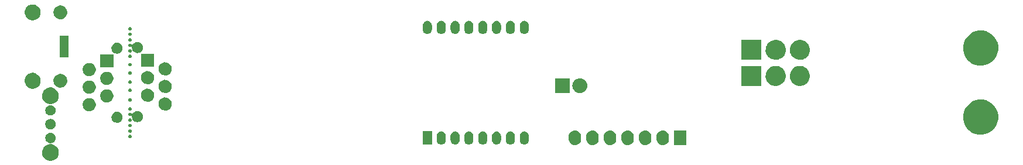
<source format=gbs>
G04 #@! TF.FileFunction,Soldermask,Bot*
%FSLAX46Y46*%
G04 Gerber Fmt 4.6, Leading zero omitted, Abs format (unit mm)*
G04 Created by KiCad (PCBNEW 4.0.0-rc2-1-stable) date Mardi 07 juin 2016 13:35:49*
%MOMM*%
G01*
G04 APERTURE LIST*
%ADD10C,0.100000*%
G04 APERTURE END LIST*
D10*
G36*
X4626041Y2599202D02*
X4856569Y2551881D01*
X5073510Y2460688D01*
X5268610Y2329092D01*
X5434435Y2162104D01*
X5564668Y1966090D01*
X5654342Y1748521D01*
X5699985Y1518010D01*
X5699985Y1518000D01*
X5700051Y1517666D01*
X5696298Y1248872D01*
X5696222Y1248538D01*
X5696222Y1248526D01*
X5644164Y1019390D01*
X5548444Y804401D01*
X5412792Y612101D01*
X5242366Y449808D01*
X5043673Y323713D01*
X4824265Y238610D01*
X4592511Y197746D01*
X4357230Y202674D01*
X4127383Y253209D01*
X3911737Y347422D01*
X3718489Y481733D01*
X3555014Y651017D01*
X3427535Y848825D01*
X3340903Y1067632D01*
X3298420Y1299104D01*
X3301707Y1534411D01*
X3350634Y1764598D01*
X3443343Y1980903D01*
X3576297Y2175078D01*
X3744438Y2339734D01*
X3941354Y2468592D01*
X4159551Y2556749D01*
X4390711Y2600846D01*
X4626041Y2599202D01*
X4626041Y2599202D01*
G37*
G36*
X80503440Y4576281D02*
X80503453Y4576277D01*
X80503490Y4576273D01*
X80673819Y4523547D01*
X80830664Y4438742D01*
X80968049Y4325087D01*
X81080742Y4186912D01*
X81164450Y4029479D01*
X81215986Y3858786D01*
X81233385Y3681333D01*
X81233385Y3366217D01*
X81233296Y3353461D01*
X81213421Y3176269D01*
X81159507Y3006312D01*
X81073609Y2850063D01*
X80958997Y2713475D01*
X80820039Y2601749D01*
X80662026Y2519142D01*
X80490977Y2468799D01*
X80490943Y2468796D01*
X80490930Y2468792D01*
X80313409Y2452636D01*
X80136130Y2471269D01*
X80136117Y2471273D01*
X80136080Y2471277D01*
X79965751Y2524003D01*
X79808906Y2608808D01*
X79671521Y2722463D01*
X79558828Y2860638D01*
X79475120Y3018071D01*
X79423584Y3188764D01*
X79406185Y3366217D01*
X79406185Y3681333D01*
X79406274Y3694089D01*
X79426149Y3871281D01*
X79480063Y4041238D01*
X79565961Y4197487D01*
X79680573Y4334075D01*
X79819531Y4445801D01*
X79977544Y4528408D01*
X80148593Y4578751D01*
X80148627Y4578754D01*
X80148640Y4578758D01*
X80326161Y4594914D01*
X80503440Y4576281D01*
X80503440Y4576281D01*
G37*
G36*
X83043440Y4576281D02*
X83043453Y4576277D01*
X83043490Y4576273D01*
X83213819Y4523547D01*
X83370664Y4438742D01*
X83508049Y4325087D01*
X83620742Y4186912D01*
X83704450Y4029479D01*
X83755986Y3858786D01*
X83773385Y3681333D01*
X83773385Y3366217D01*
X83773296Y3353461D01*
X83753421Y3176269D01*
X83699507Y3006312D01*
X83613609Y2850063D01*
X83498997Y2713475D01*
X83360039Y2601749D01*
X83202026Y2519142D01*
X83030977Y2468799D01*
X83030943Y2468796D01*
X83030930Y2468792D01*
X82853409Y2452636D01*
X82676130Y2471269D01*
X82676117Y2471273D01*
X82676080Y2471277D01*
X82505751Y2524003D01*
X82348906Y2608808D01*
X82211521Y2722463D01*
X82098828Y2860638D01*
X82015120Y3018071D01*
X81963584Y3188764D01*
X81946185Y3366217D01*
X81946185Y3681333D01*
X81946274Y3694089D01*
X81966149Y3871281D01*
X82020063Y4041238D01*
X82105961Y4197487D01*
X82220573Y4334075D01*
X82359531Y4445801D01*
X82517544Y4528408D01*
X82688593Y4578751D01*
X82688627Y4578754D01*
X82688640Y4578758D01*
X82866161Y4594914D01*
X83043440Y4576281D01*
X83043440Y4576281D01*
G37*
G36*
X85583440Y4576281D02*
X85583453Y4576277D01*
X85583490Y4576273D01*
X85753819Y4523547D01*
X85910664Y4438742D01*
X86048049Y4325087D01*
X86160742Y4186912D01*
X86244450Y4029479D01*
X86295986Y3858786D01*
X86313385Y3681333D01*
X86313385Y3366217D01*
X86313296Y3353461D01*
X86293421Y3176269D01*
X86239507Y3006312D01*
X86153609Y2850063D01*
X86038997Y2713475D01*
X85900039Y2601749D01*
X85742026Y2519142D01*
X85570977Y2468799D01*
X85570943Y2468796D01*
X85570930Y2468792D01*
X85393409Y2452636D01*
X85216130Y2471269D01*
X85216117Y2471273D01*
X85216080Y2471277D01*
X85045751Y2524003D01*
X84888906Y2608808D01*
X84751521Y2722463D01*
X84638828Y2860638D01*
X84555120Y3018071D01*
X84503584Y3188764D01*
X84486185Y3366217D01*
X84486185Y3681333D01*
X84486274Y3694089D01*
X84506149Y3871281D01*
X84560063Y4041238D01*
X84645961Y4197487D01*
X84760573Y4334075D01*
X84899531Y4445801D01*
X85057544Y4528408D01*
X85228593Y4578751D01*
X85228627Y4578754D01*
X85228640Y4578758D01*
X85406161Y4594914D01*
X85583440Y4576281D01*
X85583440Y4576281D01*
G37*
G36*
X88123440Y4576281D02*
X88123453Y4576277D01*
X88123490Y4576273D01*
X88293819Y4523547D01*
X88450664Y4438742D01*
X88588049Y4325087D01*
X88700742Y4186912D01*
X88784450Y4029479D01*
X88835986Y3858786D01*
X88853385Y3681333D01*
X88853385Y3366217D01*
X88853296Y3353461D01*
X88833421Y3176269D01*
X88779507Y3006312D01*
X88693609Y2850063D01*
X88578997Y2713475D01*
X88440039Y2601749D01*
X88282026Y2519142D01*
X88110977Y2468799D01*
X88110943Y2468796D01*
X88110930Y2468792D01*
X87933409Y2452636D01*
X87756130Y2471269D01*
X87756117Y2471273D01*
X87756080Y2471277D01*
X87585751Y2524003D01*
X87428906Y2608808D01*
X87291521Y2722463D01*
X87178828Y2860638D01*
X87095120Y3018071D01*
X87043584Y3188764D01*
X87026185Y3366217D01*
X87026185Y3681333D01*
X87026274Y3694089D01*
X87046149Y3871281D01*
X87100063Y4041238D01*
X87185961Y4197487D01*
X87300573Y4334075D01*
X87439531Y4445801D01*
X87597544Y4528408D01*
X87768593Y4578751D01*
X87768627Y4578754D01*
X87768640Y4578758D01*
X87946161Y4594914D01*
X88123440Y4576281D01*
X88123440Y4576281D01*
G37*
G36*
X90663440Y4576281D02*
X90663453Y4576277D01*
X90663490Y4576273D01*
X90833819Y4523547D01*
X90990664Y4438742D01*
X91128049Y4325087D01*
X91240742Y4186912D01*
X91324450Y4029479D01*
X91375986Y3858786D01*
X91393385Y3681333D01*
X91393385Y3366217D01*
X91393296Y3353461D01*
X91373421Y3176269D01*
X91319507Y3006312D01*
X91233609Y2850063D01*
X91118997Y2713475D01*
X90980039Y2601749D01*
X90822026Y2519142D01*
X90650977Y2468799D01*
X90650943Y2468796D01*
X90650930Y2468792D01*
X90473409Y2452636D01*
X90296130Y2471269D01*
X90296117Y2471273D01*
X90296080Y2471277D01*
X90125751Y2524003D01*
X89968906Y2608808D01*
X89831521Y2722463D01*
X89718828Y2860638D01*
X89635120Y3018071D01*
X89583584Y3188764D01*
X89566185Y3366217D01*
X89566185Y3681333D01*
X89566274Y3694089D01*
X89586149Y3871281D01*
X89640063Y4041238D01*
X89725961Y4197487D01*
X89840573Y4334075D01*
X89979531Y4445801D01*
X90137544Y4528408D01*
X90308593Y4578751D01*
X90308627Y4578754D01*
X90308640Y4578758D01*
X90486161Y4594914D01*
X90663440Y4576281D01*
X90663440Y4576281D01*
G37*
G36*
X93203440Y4576281D02*
X93203453Y4576277D01*
X93203490Y4576273D01*
X93373819Y4523547D01*
X93530664Y4438742D01*
X93668049Y4325087D01*
X93780742Y4186912D01*
X93864450Y4029479D01*
X93915986Y3858786D01*
X93933385Y3681333D01*
X93933385Y3366217D01*
X93933296Y3353461D01*
X93913421Y3176269D01*
X93859507Y3006312D01*
X93773609Y2850063D01*
X93658997Y2713475D01*
X93520039Y2601749D01*
X93362026Y2519142D01*
X93190977Y2468799D01*
X93190943Y2468796D01*
X93190930Y2468792D01*
X93013409Y2452636D01*
X92836130Y2471269D01*
X92836117Y2471273D01*
X92836080Y2471277D01*
X92665751Y2524003D01*
X92508906Y2608808D01*
X92371521Y2722463D01*
X92258828Y2860638D01*
X92175120Y3018071D01*
X92123584Y3188764D01*
X92106185Y3366217D01*
X92106185Y3681333D01*
X92106274Y3694089D01*
X92126149Y3871281D01*
X92180063Y4041238D01*
X92265961Y4197487D01*
X92380573Y4334075D01*
X92519531Y4445801D01*
X92677544Y4528408D01*
X92848593Y4578751D01*
X92848627Y4578754D01*
X92848640Y4578758D01*
X93026161Y4594914D01*
X93203440Y4576281D01*
X93203440Y4576281D01*
G37*
G36*
X96473385Y2457775D02*
X94646185Y2457775D01*
X94646185Y4589775D01*
X96473385Y4589775D01*
X96473385Y2457775D01*
X96473385Y2457775D01*
G37*
G36*
X73130651Y4441329D02*
X73130664Y4441325D01*
X73130701Y4441321D01*
X73251885Y4403808D01*
X73363475Y4343471D01*
X73461221Y4262609D01*
X73541399Y4164302D01*
X73600955Y4052293D01*
X73637621Y3930849D01*
X73650000Y3804597D01*
X73650000Y3195403D01*
X73649937Y3186328D01*
X73635796Y3060260D01*
X73597438Y2939341D01*
X73536324Y2828174D01*
X73454781Y2730996D01*
X73355916Y2651506D01*
X73243494Y2592733D01*
X73121798Y2556916D01*
X73121764Y2556913D01*
X73121751Y2556909D01*
X72995464Y2545416D01*
X72869349Y2558671D01*
X72869336Y2558675D01*
X72869299Y2558679D01*
X72748115Y2596192D01*
X72636525Y2656529D01*
X72538779Y2737391D01*
X72458601Y2835698D01*
X72399045Y2947707D01*
X72362379Y3069151D01*
X72350000Y3195403D01*
X72350000Y3804597D01*
X72350063Y3813672D01*
X72364204Y3939740D01*
X72402562Y4060659D01*
X72463676Y4171826D01*
X72545219Y4269004D01*
X72644084Y4348494D01*
X72756506Y4407267D01*
X72878202Y4443084D01*
X72878236Y4443087D01*
X72878249Y4443091D01*
X73004536Y4454584D01*
X73130651Y4441329D01*
X73130651Y4441329D01*
G37*
G36*
X71130651Y4441329D02*
X71130664Y4441325D01*
X71130701Y4441321D01*
X71251885Y4403808D01*
X71363475Y4343471D01*
X71461221Y4262609D01*
X71541399Y4164302D01*
X71600955Y4052293D01*
X71637621Y3930849D01*
X71650000Y3804597D01*
X71650000Y3195403D01*
X71649937Y3186328D01*
X71635796Y3060260D01*
X71597438Y2939341D01*
X71536324Y2828174D01*
X71454781Y2730996D01*
X71355916Y2651506D01*
X71243494Y2592733D01*
X71121798Y2556916D01*
X71121764Y2556913D01*
X71121751Y2556909D01*
X70995464Y2545416D01*
X70869349Y2558671D01*
X70869336Y2558675D01*
X70869299Y2558679D01*
X70748115Y2596192D01*
X70636525Y2656529D01*
X70538779Y2737391D01*
X70458601Y2835698D01*
X70399045Y2947707D01*
X70362379Y3069151D01*
X70350000Y3195403D01*
X70350000Y3804597D01*
X70350063Y3813672D01*
X70364204Y3939740D01*
X70402562Y4060659D01*
X70463676Y4171826D01*
X70545219Y4269004D01*
X70644084Y4348494D01*
X70756506Y4407267D01*
X70878202Y4443084D01*
X70878236Y4443087D01*
X70878249Y4443091D01*
X71004536Y4454584D01*
X71130651Y4441329D01*
X71130651Y4441329D01*
G37*
G36*
X69130651Y4441329D02*
X69130664Y4441325D01*
X69130701Y4441321D01*
X69251885Y4403808D01*
X69363475Y4343471D01*
X69461221Y4262609D01*
X69541399Y4164302D01*
X69600955Y4052293D01*
X69637621Y3930849D01*
X69650000Y3804597D01*
X69650000Y3195403D01*
X69649937Y3186328D01*
X69635796Y3060260D01*
X69597438Y2939341D01*
X69536324Y2828174D01*
X69454781Y2730996D01*
X69355916Y2651506D01*
X69243494Y2592733D01*
X69121798Y2556916D01*
X69121764Y2556913D01*
X69121751Y2556909D01*
X68995464Y2545416D01*
X68869349Y2558671D01*
X68869336Y2558675D01*
X68869299Y2558679D01*
X68748115Y2596192D01*
X68636525Y2656529D01*
X68538779Y2737391D01*
X68458601Y2835698D01*
X68399045Y2947707D01*
X68362379Y3069151D01*
X68350000Y3195403D01*
X68350000Y3804597D01*
X68350063Y3813672D01*
X68364204Y3939740D01*
X68402562Y4060659D01*
X68463676Y4171826D01*
X68545219Y4269004D01*
X68644084Y4348494D01*
X68756506Y4407267D01*
X68878202Y4443084D01*
X68878236Y4443087D01*
X68878249Y4443091D01*
X69004536Y4454584D01*
X69130651Y4441329D01*
X69130651Y4441329D01*
G37*
G36*
X67130651Y4441329D02*
X67130664Y4441325D01*
X67130701Y4441321D01*
X67251885Y4403808D01*
X67363475Y4343471D01*
X67461221Y4262609D01*
X67541399Y4164302D01*
X67600955Y4052293D01*
X67637621Y3930849D01*
X67650000Y3804597D01*
X67650000Y3195403D01*
X67649937Y3186328D01*
X67635796Y3060260D01*
X67597438Y2939341D01*
X67536324Y2828174D01*
X67454781Y2730996D01*
X67355916Y2651506D01*
X67243494Y2592733D01*
X67121798Y2556916D01*
X67121764Y2556913D01*
X67121751Y2556909D01*
X66995464Y2545416D01*
X66869349Y2558671D01*
X66869336Y2558675D01*
X66869299Y2558679D01*
X66748115Y2596192D01*
X66636525Y2656529D01*
X66538779Y2737391D01*
X66458601Y2835698D01*
X66399045Y2947707D01*
X66362379Y3069151D01*
X66350000Y3195403D01*
X66350000Y3804597D01*
X66350063Y3813672D01*
X66364204Y3939740D01*
X66402562Y4060659D01*
X66463676Y4171826D01*
X66545219Y4269004D01*
X66644084Y4348494D01*
X66756506Y4407267D01*
X66878202Y4443084D01*
X66878236Y4443087D01*
X66878249Y4443091D01*
X67004536Y4454584D01*
X67130651Y4441329D01*
X67130651Y4441329D01*
G37*
G36*
X65130651Y4441329D02*
X65130664Y4441325D01*
X65130701Y4441321D01*
X65251885Y4403808D01*
X65363475Y4343471D01*
X65461221Y4262609D01*
X65541399Y4164302D01*
X65600955Y4052293D01*
X65637621Y3930849D01*
X65650000Y3804597D01*
X65650000Y3195403D01*
X65649937Y3186328D01*
X65635796Y3060260D01*
X65597438Y2939341D01*
X65536324Y2828174D01*
X65454781Y2730996D01*
X65355916Y2651506D01*
X65243494Y2592733D01*
X65121798Y2556916D01*
X65121764Y2556913D01*
X65121751Y2556909D01*
X64995464Y2545416D01*
X64869349Y2558671D01*
X64869336Y2558675D01*
X64869299Y2558679D01*
X64748115Y2596192D01*
X64636525Y2656529D01*
X64538779Y2737391D01*
X64458601Y2835698D01*
X64399045Y2947707D01*
X64362379Y3069151D01*
X64350000Y3195403D01*
X64350000Y3804597D01*
X64350063Y3813672D01*
X64364204Y3939740D01*
X64402562Y4060659D01*
X64463676Y4171826D01*
X64545219Y4269004D01*
X64644084Y4348494D01*
X64756506Y4407267D01*
X64878202Y4443084D01*
X64878236Y4443087D01*
X64878249Y4443091D01*
X65004536Y4454584D01*
X65130651Y4441329D01*
X65130651Y4441329D01*
G37*
G36*
X63130651Y4441329D02*
X63130664Y4441325D01*
X63130701Y4441321D01*
X63251885Y4403808D01*
X63363475Y4343471D01*
X63461221Y4262609D01*
X63541399Y4164302D01*
X63600955Y4052293D01*
X63637621Y3930849D01*
X63650000Y3804597D01*
X63650000Y3195403D01*
X63649937Y3186328D01*
X63635796Y3060260D01*
X63597438Y2939341D01*
X63536324Y2828174D01*
X63454781Y2730996D01*
X63355916Y2651506D01*
X63243494Y2592733D01*
X63121798Y2556916D01*
X63121764Y2556913D01*
X63121751Y2556909D01*
X62995464Y2545416D01*
X62869349Y2558671D01*
X62869336Y2558675D01*
X62869299Y2558679D01*
X62748115Y2596192D01*
X62636525Y2656529D01*
X62538779Y2737391D01*
X62458601Y2835698D01*
X62399045Y2947707D01*
X62362379Y3069151D01*
X62350000Y3195403D01*
X62350000Y3804597D01*
X62350063Y3813672D01*
X62364204Y3939740D01*
X62402562Y4060659D01*
X62463676Y4171826D01*
X62545219Y4269004D01*
X62644084Y4348494D01*
X62756506Y4407267D01*
X62878202Y4443084D01*
X62878236Y4443087D01*
X62878249Y4443091D01*
X63004536Y4454584D01*
X63130651Y4441329D01*
X63130651Y4441329D01*
G37*
G36*
X61130651Y4441329D02*
X61130664Y4441325D01*
X61130701Y4441321D01*
X61251885Y4403808D01*
X61363475Y4343471D01*
X61461221Y4262609D01*
X61541399Y4164302D01*
X61600955Y4052293D01*
X61637621Y3930849D01*
X61650000Y3804597D01*
X61650000Y3195403D01*
X61649937Y3186328D01*
X61635796Y3060260D01*
X61597438Y2939341D01*
X61536324Y2828174D01*
X61454781Y2730996D01*
X61355916Y2651506D01*
X61243494Y2592733D01*
X61121798Y2556916D01*
X61121764Y2556913D01*
X61121751Y2556909D01*
X60995464Y2545416D01*
X60869349Y2558671D01*
X60869336Y2558675D01*
X60869299Y2558679D01*
X60748115Y2596192D01*
X60636525Y2656529D01*
X60538779Y2737391D01*
X60458601Y2835698D01*
X60399045Y2947707D01*
X60362379Y3069151D01*
X60350000Y3195403D01*
X60350000Y3804597D01*
X60350063Y3813672D01*
X60364204Y3939740D01*
X60402562Y4060659D01*
X60463676Y4171826D01*
X60545219Y4269004D01*
X60644084Y4348494D01*
X60756506Y4407267D01*
X60878202Y4443084D01*
X60878236Y4443087D01*
X60878249Y4443091D01*
X61004536Y4454584D01*
X61130651Y4441329D01*
X61130651Y4441329D01*
G37*
G36*
X59650000Y2550000D02*
X58350000Y2550000D01*
X58350000Y4450000D01*
X59650000Y4450000D01*
X59650000Y2550000D01*
X59650000Y2550000D01*
G37*
G36*
X4578775Y4249502D02*
X4722856Y4219927D01*
X4858444Y4162931D01*
X4980382Y4080683D01*
X5084023Y3976315D01*
X5165419Y3853806D01*
X5221464Y3717827D01*
X5249966Y3573885D01*
X5249966Y3573875D01*
X5250032Y3573541D01*
X5247686Y3405545D01*
X5247610Y3405211D01*
X5247610Y3405199D01*
X5215104Y3262119D01*
X5155279Y3127750D01*
X5070496Y3007563D01*
X4963978Y2906128D01*
X4839796Y2827320D01*
X4702666Y2774131D01*
X4557819Y2748590D01*
X4410769Y2751670D01*
X4267111Y2783255D01*
X4132338Y2842136D01*
X4011554Y2926083D01*
X3909383Y3031885D01*
X3829709Y3155514D01*
X3775564Y3292269D01*
X3749012Y3436941D01*
X3751066Y3584008D01*
X3781645Y3727873D01*
X3839587Y3863063D01*
X3922687Y3984426D01*
X4027773Y4087335D01*
X4150844Y4167870D01*
X4287221Y4222970D01*
X4431693Y4250530D01*
X4578775Y4249502D01*
X4578775Y4249502D01*
G37*
G36*
X16026259Y3949836D02*
X16074287Y3939977D01*
X16119481Y3920979D01*
X16160131Y3893561D01*
X16194677Y3858773D01*
X16221806Y3817938D01*
X16240490Y3772609D01*
X16249945Y3724859D01*
X16249945Y3724848D01*
X16250011Y3724514D01*
X16249229Y3668515D01*
X16249153Y3668181D01*
X16249153Y3668173D01*
X16238369Y3620702D01*
X16218428Y3575916D01*
X16190166Y3535851D01*
X16154663Y3502044D01*
X16113265Y3475771D01*
X16067555Y3458042D01*
X16019274Y3449528D01*
X15970257Y3450555D01*
X15922370Y3461083D01*
X15877443Y3480712D01*
X15837185Y3508692D01*
X15803125Y3543962D01*
X15776569Y3585169D01*
X15758518Y3630760D01*
X15749668Y3678977D01*
X15750354Y3728003D01*
X15760546Y3775957D01*
X15779862Y3821023D01*
X15807560Y3861476D01*
X15842591Y3895781D01*
X15883614Y3922626D01*
X15929073Y3940992D01*
X15977230Y3950178D01*
X16026259Y3949836D01*
X16026259Y3949836D01*
G37*
G36*
X139267837Y9048303D02*
X139757706Y8947747D01*
X140218709Y8753959D01*
X140633296Y8474317D01*
X140985672Y8119472D01*
X141262413Y7702945D01*
X141452978Y7240600D01*
X141550043Y6750384D01*
X141550043Y6750374D01*
X141550109Y6750040D01*
X141542133Y6178854D01*
X141542057Y6178520D01*
X141542057Y6178508D01*
X141431344Y5691202D01*
X141227942Y5234353D01*
X140939680Y4825715D01*
X140577531Y4480846D01*
X140155303Y4212892D01*
X139689064Y4032049D01*
X139196583Y3945212D01*
X138696611Y3955684D01*
X138208189Y4063071D01*
X137749938Y4263276D01*
X137339297Y4548679D01*
X136991909Y4908410D01*
X136721014Y5328757D01*
X136536921Y5793721D01*
X136446646Y6285592D01*
X136453629Y6785623D01*
X136557600Y7274773D01*
X136754605Y7734417D01*
X137037134Y8147040D01*
X137394429Y8496931D01*
X137812878Y8770756D01*
X138276545Y8958090D01*
X138767765Y9051795D01*
X139267837Y9048303D01*
X139267837Y9048303D01*
G37*
G36*
X16026259Y4749836D02*
X16074287Y4739977D01*
X16119481Y4720979D01*
X16160131Y4693561D01*
X16194677Y4658773D01*
X16221806Y4617938D01*
X16240490Y4572609D01*
X16249945Y4524859D01*
X16249945Y4524848D01*
X16250011Y4524514D01*
X16249229Y4468515D01*
X16249153Y4468181D01*
X16249153Y4468173D01*
X16238369Y4420702D01*
X16218428Y4375916D01*
X16190166Y4335851D01*
X16154663Y4302044D01*
X16113265Y4275771D01*
X16067555Y4258042D01*
X16019274Y4249528D01*
X15970257Y4250555D01*
X15922370Y4261083D01*
X15877443Y4280712D01*
X15837185Y4308692D01*
X15803125Y4343962D01*
X15776569Y4385169D01*
X15758518Y4430760D01*
X15749668Y4478977D01*
X15750354Y4528003D01*
X15760546Y4575957D01*
X15779862Y4621023D01*
X15807560Y4661476D01*
X15842591Y4695781D01*
X15883614Y4722626D01*
X15929073Y4740992D01*
X15977230Y4750178D01*
X16026259Y4749836D01*
X16026259Y4749836D01*
G37*
G36*
X4578775Y6249502D02*
X4722856Y6219927D01*
X4858444Y6162931D01*
X4980382Y6080683D01*
X5084023Y5976315D01*
X5165419Y5853806D01*
X5221464Y5717827D01*
X5249966Y5573885D01*
X5249966Y5573875D01*
X5250032Y5573541D01*
X5247686Y5405545D01*
X5247610Y5405211D01*
X5247610Y5405199D01*
X5215104Y5262119D01*
X5155279Y5127750D01*
X5070496Y5007563D01*
X4963978Y4906128D01*
X4839796Y4827320D01*
X4702666Y4774131D01*
X4557819Y4748590D01*
X4410769Y4751670D01*
X4267111Y4783255D01*
X4132338Y4842136D01*
X4011554Y4926083D01*
X3909383Y5031885D01*
X3829709Y5155514D01*
X3775564Y5292269D01*
X3749012Y5436941D01*
X3751066Y5584008D01*
X3781645Y5727873D01*
X3839587Y5863063D01*
X3922687Y5984426D01*
X4027773Y6087335D01*
X4150844Y6167870D01*
X4287221Y6222970D01*
X4431693Y6250530D01*
X4578775Y6249502D01*
X4578775Y6249502D01*
G37*
G36*
X16026259Y5549836D02*
X16074287Y5539977D01*
X16119481Y5520979D01*
X16160131Y5493561D01*
X16194677Y5458773D01*
X16221806Y5417938D01*
X16240490Y5372609D01*
X16249945Y5324859D01*
X16249945Y5324848D01*
X16250011Y5324514D01*
X16249229Y5268515D01*
X16249153Y5268181D01*
X16249153Y5268173D01*
X16238369Y5220702D01*
X16218428Y5175916D01*
X16190166Y5135851D01*
X16154663Y5102044D01*
X16113265Y5075771D01*
X16067555Y5058042D01*
X16019274Y5049528D01*
X15970257Y5050555D01*
X15922370Y5061083D01*
X15877443Y5080712D01*
X15837185Y5108692D01*
X15803125Y5143962D01*
X15776569Y5185169D01*
X15758518Y5230760D01*
X15749668Y5278977D01*
X15750354Y5328003D01*
X15760546Y5375957D01*
X15779862Y5421023D01*
X15807560Y5461476D01*
X15842591Y5495781D01*
X15883614Y5522626D01*
X15929073Y5540992D01*
X15977230Y5550178D01*
X16026259Y5549836D01*
X16026259Y5549836D01*
G37*
G36*
X14209027Y7288469D02*
X14362713Y7256922D01*
X14507340Y7196126D01*
X14637407Y7108395D01*
X14747958Y6997069D01*
X14834779Y6866395D01*
X14894563Y6721347D01*
X14924969Y6567788D01*
X14924969Y6567773D01*
X14925034Y6567444D01*
X14922532Y6388248D01*
X14922456Y6387914D01*
X14922456Y6387903D01*
X14887776Y6235259D01*
X14823964Y6091934D01*
X14733529Y5963734D01*
X14619910Y5855537D01*
X14487449Y5771474D01*
X14341177Y5714738D01*
X14186675Y5687496D01*
X14029821Y5690781D01*
X13876588Y5724472D01*
X13732825Y5787280D01*
X13603991Y5876822D01*
X13495008Y5989678D01*
X13410023Y6121549D01*
X13352268Y6267421D01*
X13323946Y6421737D01*
X13326137Y6578609D01*
X13358754Y6732064D01*
X13420561Y6876269D01*
X13509197Y7005719D01*
X13621292Y7115491D01*
X13752567Y7201395D01*
X13898035Y7260168D01*
X14052140Y7289565D01*
X14209027Y7288469D01*
X14209027Y7288469D01*
G37*
G36*
X17157027Y7382469D02*
X17310713Y7350922D01*
X17455340Y7290126D01*
X17585407Y7202395D01*
X17695958Y7091069D01*
X17782779Y6960395D01*
X17842563Y6815347D01*
X17872969Y6661788D01*
X17872969Y6661773D01*
X17873034Y6661444D01*
X17870532Y6482248D01*
X17870456Y6481914D01*
X17870456Y6481903D01*
X17835776Y6329259D01*
X17771964Y6185934D01*
X17681529Y6057734D01*
X17567910Y5949537D01*
X17435449Y5865474D01*
X17289177Y5808738D01*
X17134675Y5781496D01*
X16977821Y5784781D01*
X16824588Y5818472D01*
X16680825Y5881280D01*
X16551991Y5970822D01*
X16443008Y6083678D01*
X16358023Y6215549D01*
X16300268Y6361421D01*
X16271946Y6515737D01*
X16274136Y6672604D01*
X16278948Y6695242D01*
X16279907Y6709279D01*
X16276918Y6723027D01*
X16270217Y6735399D01*
X16260335Y6745414D01*
X16248054Y6752279D01*
X16234347Y6755451D01*
X16220299Y6754679D01*
X16207021Y6750023D01*
X16195567Y6741853D01*
X16191404Y6737030D01*
X16154663Y6702044D01*
X16113265Y6675771D01*
X16067555Y6658042D01*
X16019274Y6649528D01*
X15970257Y6650555D01*
X15922370Y6661083D01*
X15877443Y6680712D01*
X15837185Y6708692D01*
X15803125Y6743962D01*
X15776569Y6785169D01*
X15758518Y6830760D01*
X15749668Y6878977D01*
X15750354Y6928003D01*
X15760546Y6975957D01*
X15779862Y7021023D01*
X15807560Y7061476D01*
X15842591Y7095781D01*
X15883614Y7122626D01*
X15929073Y7140992D01*
X15977230Y7150178D01*
X16026259Y7149836D01*
X16074287Y7139977D01*
X16119481Y7120979D01*
X16160131Y7093561D01*
X16194677Y7058773D01*
X16221806Y7017938D01*
X16240490Y6972609D01*
X16249903Y6925069D01*
X16254551Y6911789D01*
X16262714Y6900329D01*
X16273746Y6891598D01*
X16286774Y6886285D01*
X16300767Y6884813D01*
X16314615Y6887297D01*
X16327223Y6893541D01*
X16337593Y6903050D01*
X16344908Y6915083D01*
X16368561Y6970269D01*
X16457197Y7099719D01*
X16569292Y7209491D01*
X16700567Y7295395D01*
X16846035Y7354168D01*
X17000140Y7383565D01*
X17157027Y7382469D01*
X17157027Y7382469D01*
G37*
G36*
X16026259Y6349836D02*
X16074287Y6339977D01*
X16119481Y6320979D01*
X16160131Y6293561D01*
X16194677Y6258773D01*
X16221806Y6217938D01*
X16240490Y6172609D01*
X16249945Y6124859D01*
X16249945Y6124848D01*
X16250011Y6124514D01*
X16249229Y6068515D01*
X16249153Y6068181D01*
X16249153Y6068173D01*
X16238369Y6020702D01*
X16218428Y5975916D01*
X16190166Y5935851D01*
X16154663Y5902044D01*
X16113265Y5875771D01*
X16067555Y5858042D01*
X16019274Y5849528D01*
X15970257Y5850555D01*
X15922370Y5861083D01*
X15877443Y5880712D01*
X15837185Y5908692D01*
X15803125Y5943962D01*
X15776569Y5985169D01*
X15758518Y6030760D01*
X15749668Y6078977D01*
X15750354Y6128003D01*
X15760546Y6175957D01*
X15779862Y6221023D01*
X15807560Y6261476D01*
X15842591Y6295781D01*
X15883614Y6322626D01*
X15929073Y6340992D01*
X15977230Y6350178D01*
X16026259Y6349836D01*
X16026259Y6349836D01*
G37*
G36*
X4578775Y8249502D02*
X4722856Y8219927D01*
X4858444Y8162931D01*
X4980382Y8080683D01*
X5084023Y7976315D01*
X5165419Y7853806D01*
X5221464Y7717827D01*
X5249966Y7573885D01*
X5249966Y7573875D01*
X5250032Y7573541D01*
X5247686Y7405545D01*
X5247610Y7405211D01*
X5247610Y7405199D01*
X5215104Y7262119D01*
X5155279Y7127750D01*
X5070496Y7007563D01*
X4963978Y6906128D01*
X4839796Y6827320D01*
X4702666Y6774131D01*
X4557819Y6748590D01*
X4410769Y6751670D01*
X4267111Y6783255D01*
X4132338Y6842136D01*
X4011554Y6926083D01*
X3909383Y7031885D01*
X3829709Y7155514D01*
X3775564Y7292269D01*
X3749012Y7436941D01*
X3751066Y7584008D01*
X3781645Y7727873D01*
X3839587Y7863063D01*
X3922687Y7984426D01*
X4027773Y8087335D01*
X4150844Y8167870D01*
X4287221Y8222970D01*
X4431693Y8250530D01*
X4578775Y8249502D01*
X4578775Y8249502D01*
G37*
G36*
X10204782Y9263369D02*
X10387284Y9225907D01*
X10559029Y9153712D01*
X10713483Y9049532D01*
X10844762Y8917333D01*
X10947862Y8762156D01*
X11018856Y8589911D01*
X11054975Y8407496D01*
X11054975Y8407486D01*
X11055041Y8407152D01*
X11052070Y8194357D01*
X11051994Y8194023D01*
X11051994Y8194011D01*
X11010798Y8012684D01*
X10935019Y7842484D01*
X10827628Y7690246D01*
X10692707Y7561763D01*
X10535408Y7461939D01*
X10361710Y7394565D01*
X10178238Y7362215D01*
X9991974Y7366116D01*
X9810011Y7406123D01*
X9639289Y7480710D01*
X9486306Y7587036D01*
X9356885Y7721054D01*
X9255965Y7877652D01*
X9187381Y8050875D01*
X9153748Y8234124D01*
X9156350Y8420409D01*
X9195084Y8602640D01*
X9268479Y8773882D01*
X9373735Y8927604D01*
X9506846Y9057957D01*
X9662738Y9159970D01*
X9835477Y9229761D01*
X10018479Y9264670D01*
X10204782Y9263369D01*
X10204782Y9263369D01*
G37*
G36*
X16026259Y7949836D02*
X16074287Y7939977D01*
X16119481Y7920979D01*
X16160131Y7893561D01*
X16194677Y7858773D01*
X16221806Y7817938D01*
X16240490Y7772609D01*
X16249945Y7724859D01*
X16249945Y7724848D01*
X16250011Y7724514D01*
X16249229Y7668515D01*
X16249153Y7668181D01*
X16249153Y7668173D01*
X16238369Y7620702D01*
X16218428Y7575916D01*
X16190166Y7535851D01*
X16154663Y7502044D01*
X16113265Y7475771D01*
X16067555Y7458042D01*
X16019274Y7449528D01*
X15970257Y7450555D01*
X15922370Y7461083D01*
X15877443Y7480712D01*
X15837185Y7508692D01*
X15803125Y7543962D01*
X15776569Y7585169D01*
X15758518Y7630760D01*
X15749668Y7678977D01*
X15750354Y7728003D01*
X15760546Y7775957D01*
X15779862Y7821023D01*
X15807560Y7861476D01*
X15842591Y7895781D01*
X15883614Y7922626D01*
X15929073Y7940992D01*
X15977230Y7950178D01*
X16026259Y7949836D01*
X16026259Y7949836D01*
G37*
G36*
X21192782Y9357369D02*
X21375284Y9319907D01*
X21547029Y9247712D01*
X21701483Y9143532D01*
X21832762Y9011333D01*
X21935862Y8856156D01*
X22006856Y8683911D01*
X22042975Y8501496D01*
X22042975Y8501486D01*
X22043041Y8501152D01*
X22040070Y8288357D01*
X22039994Y8288023D01*
X22039994Y8288011D01*
X21998798Y8106684D01*
X21923019Y7936484D01*
X21815628Y7784246D01*
X21680707Y7655763D01*
X21523408Y7555939D01*
X21349710Y7488565D01*
X21166238Y7456215D01*
X20979974Y7460116D01*
X20798011Y7500123D01*
X20627289Y7574710D01*
X20474306Y7681036D01*
X20344885Y7815054D01*
X20243965Y7971652D01*
X20175381Y8144875D01*
X20141748Y8328124D01*
X20144350Y8514409D01*
X20183084Y8696640D01*
X20256479Y8867882D01*
X20361735Y9021604D01*
X20494846Y9151957D01*
X20650738Y9253970D01*
X20823477Y9323761D01*
X21006479Y9358670D01*
X21192782Y9357369D01*
X21192782Y9357369D01*
G37*
G36*
X4626041Y10799202D02*
X4856569Y10751881D01*
X5073510Y10660688D01*
X5268610Y10529092D01*
X5434435Y10362104D01*
X5564668Y10166090D01*
X5654342Y9948521D01*
X5699985Y9718010D01*
X5699985Y9718000D01*
X5700051Y9717666D01*
X5696298Y9448872D01*
X5696222Y9448538D01*
X5696222Y9448526D01*
X5644164Y9219390D01*
X5548444Y9004401D01*
X5412792Y8812101D01*
X5242366Y8649808D01*
X5043673Y8523713D01*
X4824265Y8438610D01*
X4592511Y8397746D01*
X4357230Y8402674D01*
X4127383Y8453209D01*
X3911737Y8547422D01*
X3718489Y8681733D01*
X3555014Y8851017D01*
X3427535Y9048825D01*
X3340903Y9267632D01*
X3298420Y9499104D01*
X3301707Y9734411D01*
X3350634Y9964598D01*
X3443343Y10180903D01*
X3576297Y10375078D01*
X3744438Y10539734D01*
X3941354Y10668592D01*
X4159551Y10756749D01*
X4390711Y10800846D01*
X4626041Y10799202D01*
X4626041Y10799202D01*
G37*
G36*
X12744782Y10533369D02*
X12927284Y10495907D01*
X13099029Y10423712D01*
X13253483Y10319532D01*
X13384762Y10187333D01*
X13487862Y10032156D01*
X13558856Y9859911D01*
X13594975Y9677496D01*
X13594975Y9677486D01*
X13595041Y9677152D01*
X13592070Y9464357D01*
X13591994Y9464023D01*
X13591994Y9464011D01*
X13550798Y9282684D01*
X13475019Y9112484D01*
X13367628Y8960246D01*
X13232707Y8831763D01*
X13075408Y8731939D01*
X12901710Y8664565D01*
X12718238Y8632215D01*
X12531974Y8636116D01*
X12350011Y8676123D01*
X12179289Y8750710D01*
X12026306Y8857036D01*
X11896885Y8991054D01*
X11795965Y9147652D01*
X11727381Y9320875D01*
X11693748Y9504124D01*
X11696350Y9690409D01*
X11735084Y9872640D01*
X11808479Y10043882D01*
X11913735Y10197604D01*
X12046846Y10327957D01*
X12202738Y10429970D01*
X12375477Y10499761D01*
X12558479Y10534670D01*
X12744782Y10533369D01*
X12744782Y10533369D01*
G37*
G36*
X18652782Y10627369D02*
X18835284Y10589907D01*
X19007029Y10517712D01*
X19161483Y10413532D01*
X19292762Y10281333D01*
X19395862Y10126156D01*
X19466856Y9953911D01*
X19502975Y9771496D01*
X19502975Y9771486D01*
X19503041Y9771152D01*
X19500070Y9558357D01*
X19499994Y9558023D01*
X19499994Y9558011D01*
X19458798Y9376684D01*
X19383019Y9206484D01*
X19275628Y9054246D01*
X19140707Y8925763D01*
X18983408Y8825939D01*
X18809710Y8758565D01*
X18626238Y8726215D01*
X18439974Y8730116D01*
X18258011Y8770123D01*
X18087289Y8844710D01*
X17934306Y8951036D01*
X17804885Y9085054D01*
X17703965Y9241652D01*
X17635381Y9414875D01*
X17601748Y9598124D01*
X17604350Y9784409D01*
X17643084Y9966640D01*
X17716479Y10137882D01*
X17821735Y10291604D01*
X17954846Y10421957D01*
X18110738Y10523970D01*
X18283477Y10593761D01*
X18466479Y10628670D01*
X18652782Y10627369D01*
X18652782Y10627369D01*
G37*
G36*
X16026259Y9249836D02*
X16074287Y9239977D01*
X16119481Y9220979D01*
X16160131Y9193561D01*
X16194677Y9158773D01*
X16221806Y9117938D01*
X16240490Y9072609D01*
X16249945Y9024859D01*
X16249945Y9024848D01*
X16250011Y9024514D01*
X16249229Y8968515D01*
X16249153Y8968181D01*
X16249153Y8968173D01*
X16238369Y8920702D01*
X16218428Y8875916D01*
X16190166Y8835851D01*
X16154663Y8802044D01*
X16113265Y8775771D01*
X16067555Y8758042D01*
X16019274Y8749528D01*
X15970257Y8750555D01*
X15922370Y8761083D01*
X15877443Y8780712D01*
X15837185Y8808692D01*
X15803125Y8843962D01*
X15776569Y8885169D01*
X15758518Y8930760D01*
X15749668Y8978977D01*
X15750354Y9028003D01*
X15760546Y9075957D01*
X15779862Y9121023D01*
X15807560Y9161476D01*
X15842591Y9195781D01*
X15883614Y9222626D01*
X15929073Y9240992D01*
X15977230Y9250178D01*
X16026259Y9249836D01*
X16026259Y9249836D01*
G37*
G36*
X10204782Y11803369D02*
X10387284Y11765907D01*
X10559029Y11693712D01*
X10713483Y11589532D01*
X10844762Y11457333D01*
X10947862Y11302156D01*
X11018856Y11129911D01*
X11054975Y10947496D01*
X11054975Y10947486D01*
X11055041Y10947152D01*
X11052070Y10734357D01*
X11051994Y10734023D01*
X11051994Y10734011D01*
X11010798Y10552684D01*
X10935019Y10382484D01*
X10827628Y10230246D01*
X10692707Y10101763D01*
X10535408Y10001939D01*
X10361710Y9934565D01*
X10178238Y9902215D01*
X9991974Y9906116D01*
X9810011Y9946123D01*
X9639289Y10020710D01*
X9486306Y10127036D01*
X9356885Y10261054D01*
X9255965Y10417652D01*
X9187381Y10590875D01*
X9153748Y10774124D01*
X9156350Y10960409D01*
X9195084Y11142640D01*
X9268479Y11313882D01*
X9373735Y11467604D01*
X9506846Y11597957D01*
X9662738Y11699970D01*
X9835477Y11769761D01*
X10018479Y11804670D01*
X10204782Y11803369D01*
X10204782Y11803369D01*
G37*
G36*
X21192782Y11897369D02*
X21375284Y11859907D01*
X21547029Y11787712D01*
X21701483Y11683532D01*
X21832762Y11551333D01*
X21935862Y11396156D01*
X22006856Y11223911D01*
X22042975Y11041496D01*
X22042975Y11041486D01*
X22043041Y11041152D01*
X22040070Y10828357D01*
X22039994Y10828023D01*
X22039994Y10828011D01*
X21998798Y10646684D01*
X21923019Y10476484D01*
X21815628Y10324246D01*
X21680707Y10195763D01*
X21523408Y10095939D01*
X21349710Y10028565D01*
X21166238Y9996215D01*
X20979974Y10000116D01*
X20798011Y10040123D01*
X20627289Y10114710D01*
X20474306Y10221036D01*
X20344885Y10355054D01*
X20243965Y10511652D01*
X20175381Y10684875D01*
X20141748Y10868124D01*
X20144350Y11054409D01*
X20183084Y11236640D01*
X20256479Y11407882D01*
X20361735Y11561604D01*
X20494846Y11691957D01*
X20650738Y11793970D01*
X20823477Y11863761D01*
X21006479Y11898670D01*
X21192782Y11897369D01*
X21192782Y11897369D01*
G37*
G36*
X79563000Y10009000D02*
X77431000Y10009000D01*
X77431000Y12141000D01*
X79563000Y12141000D01*
X79563000Y10009000D01*
X79563000Y10009000D01*
G37*
G36*
X81050447Y12140942D02*
X81057042Y12140896D01*
X81263792Y12117705D01*
X81462100Y12054798D01*
X81644413Y11954571D01*
X81803786Y11820841D01*
X81934149Y11658702D01*
X82030536Y11474331D01*
X82089276Y11274748D01*
X82089278Y11274721D01*
X82089284Y11274702D01*
X82108135Y11067560D01*
X82086393Y10860700D01*
X82086389Y10860686D01*
X82086385Y10860651D01*
X82024864Y10661908D01*
X81925912Y10478900D01*
X81793298Y10318598D01*
X81632073Y10187106D01*
X81448379Y10089434D01*
X81249212Y10029302D01*
X81042158Y10009000D01*
X81031807Y10009000D01*
X81023553Y10009058D01*
X81016958Y10009104D01*
X80810208Y10032295D01*
X80611900Y10095202D01*
X80429587Y10195429D01*
X80270214Y10329159D01*
X80139851Y10491298D01*
X80043464Y10675669D01*
X79984724Y10875252D01*
X79984722Y10875279D01*
X79984716Y10875298D01*
X79965865Y11082440D01*
X79987607Y11289300D01*
X79987611Y11289314D01*
X79987615Y11289349D01*
X80049136Y11488092D01*
X80148088Y11671100D01*
X80280702Y11831402D01*
X80441927Y11962894D01*
X80625621Y12060566D01*
X80824788Y12120698D01*
X81031842Y12141000D01*
X81042193Y12141000D01*
X81050447Y12140942D01*
X81050447Y12140942D01*
G37*
G36*
X16026259Y10649836D02*
X16074287Y10639977D01*
X16119481Y10620979D01*
X16160131Y10593561D01*
X16194677Y10558773D01*
X16221806Y10517938D01*
X16240490Y10472609D01*
X16249945Y10424859D01*
X16249945Y10424848D01*
X16250011Y10424514D01*
X16249229Y10368515D01*
X16249153Y10368181D01*
X16249153Y10368173D01*
X16238369Y10320702D01*
X16218428Y10275916D01*
X16190166Y10235851D01*
X16154663Y10202044D01*
X16113265Y10175771D01*
X16067555Y10158042D01*
X16019274Y10149528D01*
X15970257Y10150555D01*
X15922370Y10161083D01*
X15877443Y10180712D01*
X15837185Y10208692D01*
X15803125Y10243962D01*
X15776569Y10285169D01*
X15758518Y10330760D01*
X15749668Y10378977D01*
X15750354Y10428003D01*
X15760546Y10475957D01*
X15779862Y10521023D01*
X15807560Y10561476D01*
X15842591Y10595781D01*
X15883614Y10622626D01*
X15929073Y10640992D01*
X15977230Y10650178D01*
X16026259Y10649836D01*
X16026259Y10649836D01*
G37*
G36*
X2050789Y12918235D02*
X2271712Y12872886D01*
X2479614Y12785493D01*
X2666588Y12659377D01*
X2825499Y12499353D01*
X2950307Y12311503D01*
X3036245Y12102999D01*
X3079983Y11882107D01*
X3079983Y11882097D01*
X3080049Y11881763D01*
X3076452Y11624169D01*
X3076376Y11623835D01*
X3076376Y11623824D01*
X3026489Y11404247D01*
X2934759Y11198218D01*
X2804759Y11013931D01*
X2641434Y10858399D01*
X2451020Y10737559D01*
X2240754Y10656001D01*
X2018656Y10616840D01*
X1793179Y10621562D01*
X1572906Y10669992D01*
X1366246Y10760280D01*
X1181055Y10888992D01*
X1024389Y11051224D01*
X902221Y11240791D01*
X819199Y11450481D01*
X778486Y11672308D01*
X781636Y11897811D01*
X828524Y12118406D01*
X917370Y12325698D01*
X1044785Y12511783D01*
X1205919Y12669578D01*
X1394631Y12793068D01*
X1603736Y12877552D01*
X1825265Y12919810D01*
X2050789Y12918235D01*
X2050789Y12918235D01*
G37*
G36*
X6035034Y12768336D02*
X6227141Y12728902D01*
X6407925Y12652907D01*
X6570509Y12543244D01*
X6708697Y12404087D01*
X6817223Y12240744D01*
X6891954Y12059433D01*
X6929978Y11867399D01*
X6929978Y11867384D01*
X6930043Y11867055D01*
X6926916Y11643060D01*
X6926839Y11642722D01*
X6926839Y11642714D01*
X6883471Y11451825D01*
X6803705Y11272667D01*
X6690661Y11112417D01*
X6548639Y10977172D01*
X6383061Y10872094D01*
X6200221Y10801173D01*
X6007093Y10767121D01*
X5811025Y10771227D01*
X5619485Y10813340D01*
X5439779Y10891853D01*
X5278742Y11003775D01*
X5142511Y11144847D01*
X5036279Y11309687D01*
X4964085Y11492026D01*
X4928682Y11684920D01*
X4931421Y11881010D01*
X4972194Y12072832D01*
X5049451Y12253086D01*
X5160247Y12414899D01*
X5300364Y12552113D01*
X5464461Y12659495D01*
X5646292Y12732959D01*
X5838925Y12769706D01*
X6035034Y12768336D01*
X6035034Y12768336D01*
G37*
G36*
X109510299Y13921036D02*
X109788853Y13863857D01*
X110050991Y13753664D01*
X110286737Y13594652D01*
X110487109Y13392876D01*
X110644473Y13156026D01*
X110752830Y12893128D01*
X110807996Y12614524D01*
X110807996Y12614514D01*
X110808062Y12614180D01*
X110803527Y12289387D01*
X110803451Y12289053D01*
X110803451Y12289041D01*
X110740531Y12012095D01*
X110624870Y11752318D01*
X110460957Y11519956D01*
X110255027Y11323851D01*
X110014938Y11171487D01*
X109749821Y11068655D01*
X109469782Y11019276D01*
X109185486Y11025231D01*
X108907753Y11086294D01*
X108647180Y11200136D01*
X108413678Y11362424D01*
X108216143Y11566978D01*
X108062105Y11805997D01*
X107957425Y12070389D01*
X107906091Y12350083D01*
X107910062Y12634413D01*
X107969183Y12912556D01*
X108081206Y13173924D01*
X108241859Y13408553D01*
X108445028Y13607511D01*
X108682969Y13763215D01*
X108946624Y13869739D01*
X109225943Y13923022D01*
X109510299Y13921036D01*
X109510299Y13921036D01*
G37*
G36*
X113010299Y13921036D02*
X113288853Y13863857D01*
X113550991Y13753664D01*
X113786737Y13594652D01*
X113987109Y13392876D01*
X114144473Y13156026D01*
X114252830Y12893128D01*
X114307996Y12614524D01*
X114307996Y12614514D01*
X114308062Y12614180D01*
X114303527Y12289387D01*
X114303451Y12289053D01*
X114303451Y12289041D01*
X114240531Y12012095D01*
X114124870Y11752318D01*
X113960957Y11519956D01*
X113755027Y11323851D01*
X113514938Y11171487D01*
X113249821Y11068655D01*
X112969782Y11019276D01*
X112685486Y11025231D01*
X112407753Y11086294D01*
X112147180Y11200136D01*
X111913678Y11362424D01*
X111716143Y11566978D01*
X111562105Y11805997D01*
X111457425Y12070389D01*
X111406091Y12350083D01*
X111410062Y12634413D01*
X111469183Y12912556D01*
X111581206Y13173924D01*
X111741859Y13408553D01*
X111945028Y13607511D01*
X112182969Y13763215D01*
X112446624Y13869739D01*
X112725943Y13923022D01*
X113010299Y13921036D01*
X113010299Y13921036D01*
G37*
G36*
X107308000Y11022000D02*
X104408000Y11022000D01*
X104408000Y13922000D01*
X107308000Y13922000D01*
X107308000Y11022000D01*
X107308000Y11022000D01*
G37*
G36*
X12744782Y13073369D02*
X12927284Y13035907D01*
X13099029Y12963712D01*
X13253483Y12859532D01*
X13384762Y12727333D01*
X13487862Y12572156D01*
X13558856Y12399911D01*
X13594975Y12217496D01*
X13594975Y12217486D01*
X13595041Y12217152D01*
X13592070Y12004357D01*
X13591994Y12004023D01*
X13591994Y12004011D01*
X13550798Y11822684D01*
X13475019Y11652484D01*
X13367628Y11500246D01*
X13232707Y11371763D01*
X13075408Y11271939D01*
X12901710Y11204565D01*
X12718238Y11172215D01*
X12531974Y11176116D01*
X12350011Y11216123D01*
X12179289Y11290710D01*
X12026306Y11397036D01*
X11896885Y11531054D01*
X11795965Y11687652D01*
X11727381Y11860875D01*
X11693748Y12044124D01*
X11696350Y12230409D01*
X11735084Y12412640D01*
X11808479Y12583882D01*
X11913735Y12737604D01*
X12046846Y12867957D01*
X12202738Y12969970D01*
X12375477Y13039761D01*
X12558479Y13074670D01*
X12744782Y13073369D01*
X12744782Y13073369D01*
G37*
G36*
X18652782Y13167369D02*
X18835284Y13129907D01*
X19007029Y13057712D01*
X19161483Y12953532D01*
X19292762Y12821333D01*
X19395862Y12666156D01*
X19466856Y12493911D01*
X19502975Y12311496D01*
X19502975Y12311486D01*
X19503041Y12311152D01*
X19500070Y12098357D01*
X19499994Y12098023D01*
X19499994Y12098011D01*
X19458798Y11916684D01*
X19383019Y11746484D01*
X19275628Y11594246D01*
X19140707Y11465763D01*
X18983408Y11365939D01*
X18809710Y11298565D01*
X18626238Y11266215D01*
X18439974Y11270116D01*
X18258011Y11310123D01*
X18087289Y11384710D01*
X17934306Y11491036D01*
X17804885Y11625054D01*
X17703965Y11781652D01*
X17635381Y11954875D01*
X17601748Y12138124D01*
X17604350Y12324409D01*
X17643084Y12506640D01*
X17716479Y12677882D01*
X17821735Y12831604D01*
X17954846Y12961957D01*
X18110738Y13063970D01*
X18283477Y13133761D01*
X18466479Y13168670D01*
X18652782Y13167369D01*
X18652782Y13167369D01*
G37*
G36*
X16026259Y11849836D02*
X16074287Y11839977D01*
X16119481Y11820979D01*
X16160131Y11793561D01*
X16194677Y11758773D01*
X16221806Y11717938D01*
X16240490Y11672609D01*
X16249945Y11624859D01*
X16249945Y11624848D01*
X16250011Y11624514D01*
X16249229Y11568515D01*
X16249153Y11568181D01*
X16249153Y11568173D01*
X16238369Y11520702D01*
X16218428Y11475916D01*
X16190166Y11435851D01*
X16154663Y11402044D01*
X16113265Y11375771D01*
X16067555Y11358042D01*
X16019274Y11349528D01*
X15970257Y11350555D01*
X15922370Y11361083D01*
X15877443Y11380712D01*
X15837185Y11408692D01*
X15803125Y11443962D01*
X15776569Y11485169D01*
X15758518Y11530760D01*
X15749668Y11578977D01*
X15750354Y11628003D01*
X15760546Y11675957D01*
X15779862Y11721023D01*
X15807560Y11761476D01*
X15842591Y11795781D01*
X15883614Y11822626D01*
X15929073Y11840992D01*
X15977230Y11850178D01*
X16026259Y11849836D01*
X16026259Y11849836D01*
G37*
G36*
X10204782Y14343369D02*
X10387284Y14305907D01*
X10559029Y14233712D01*
X10713483Y14129532D01*
X10844762Y13997333D01*
X10947862Y13842156D01*
X11018856Y13669911D01*
X11054975Y13487496D01*
X11054975Y13487486D01*
X11055041Y13487152D01*
X11052070Y13274357D01*
X11051994Y13274023D01*
X11051994Y13274011D01*
X11010798Y13092684D01*
X10935019Y12922484D01*
X10827628Y12770246D01*
X10692707Y12641763D01*
X10535408Y12541939D01*
X10361710Y12474565D01*
X10178238Y12442215D01*
X9991974Y12446116D01*
X9810011Y12486123D01*
X9639289Y12560710D01*
X9486306Y12667036D01*
X9356885Y12801054D01*
X9255965Y12957652D01*
X9187381Y13130875D01*
X9153748Y13314124D01*
X9156350Y13500409D01*
X9195084Y13682640D01*
X9268479Y13853882D01*
X9373735Y14007604D01*
X9506846Y14137957D01*
X9662738Y14239970D01*
X9835477Y14309761D01*
X10018479Y14344670D01*
X10204782Y14343369D01*
X10204782Y14343369D01*
G37*
G36*
X21192782Y14437369D02*
X21375284Y14399907D01*
X21547029Y14327712D01*
X21701483Y14223532D01*
X21832762Y14091333D01*
X21935862Y13936156D01*
X22006856Y13763911D01*
X22042975Y13581496D01*
X22042975Y13581486D01*
X22043041Y13581152D01*
X22040070Y13368357D01*
X22039994Y13368023D01*
X22039994Y13368011D01*
X21998798Y13186684D01*
X21923019Y13016484D01*
X21815628Y12864246D01*
X21680707Y12735763D01*
X21523408Y12635939D01*
X21349710Y12568565D01*
X21166238Y12536215D01*
X20979974Y12540116D01*
X20798011Y12580123D01*
X20627289Y12654710D01*
X20474306Y12761036D01*
X20344885Y12895054D01*
X20243965Y13051652D01*
X20175381Y13224875D01*
X20141748Y13408124D01*
X20144350Y13594409D01*
X20183084Y13776640D01*
X20256479Y13947882D01*
X20361735Y14101604D01*
X20494846Y14231957D01*
X20650738Y14333970D01*
X20823477Y14403761D01*
X21006479Y14438670D01*
X21192782Y14437369D01*
X21192782Y14437369D01*
G37*
G36*
X16026259Y13149836D02*
X16074287Y13139977D01*
X16119481Y13120979D01*
X16160131Y13093561D01*
X16194677Y13058773D01*
X16221806Y13017938D01*
X16240490Y12972609D01*
X16249945Y12924859D01*
X16249945Y12924848D01*
X16250011Y12924514D01*
X16249229Y12868515D01*
X16249153Y12868181D01*
X16249153Y12868173D01*
X16238369Y12820702D01*
X16218428Y12775916D01*
X16190166Y12735851D01*
X16154663Y12702044D01*
X16113265Y12675771D01*
X16067555Y12658042D01*
X16019274Y12649528D01*
X15970257Y12650555D01*
X15922370Y12661083D01*
X15877443Y12680712D01*
X15837185Y12708692D01*
X15803125Y12743962D01*
X15776569Y12785169D01*
X15758518Y12830760D01*
X15749668Y12878977D01*
X15750354Y12928003D01*
X15760546Y12975957D01*
X15779862Y13021023D01*
X15807560Y13061476D01*
X15842591Y13095781D01*
X15883614Y13122626D01*
X15929073Y13140992D01*
X15977230Y13150178D01*
X16026259Y13149836D01*
X16026259Y13149836D01*
G37*
G36*
X13595000Y13714000D02*
X11695000Y13714000D01*
X11695000Y15614000D01*
X13595000Y15614000D01*
X13595000Y13714000D01*
X13595000Y13714000D01*
G37*
G36*
X19503000Y13808000D02*
X17603000Y13808000D01*
X17603000Y15708000D01*
X19503000Y15708000D01*
X19503000Y13808000D01*
X19503000Y13808000D01*
G37*
G36*
X16026259Y14349836D02*
X16074287Y14339977D01*
X16119481Y14320979D01*
X16160131Y14293561D01*
X16194677Y14258773D01*
X16221806Y14217938D01*
X16240490Y14172609D01*
X16249945Y14124859D01*
X16249945Y14124848D01*
X16250011Y14124514D01*
X16249229Y14068515D01*
X16249153Y14068181D01*
X16249153Y14068173D01*
X16238369Y14020702D01*
X16218428Y13975916D01*
X16190166Y13935851D01*
X16154663Y13902044D01*
X16113265Y13875771D01*
X16067555Y13858042D01*
X16019274Y13849528D01*
X15970257Y13850555D01*
X15922370Y13861083D01*
X15877443Y13880712D01*
X15837185Y13908692D01*
X15803125Y13943962D01*
X15776569Y13985169D01*
X15758518Y14030760D01*
X15749668Y14078977D01*
X15750354Y14128003D01*
X15760546Y14175957D01*
X15779862Y14221023D01*
X15807560Y14261476D01*
X15842591Y14295781D01*
X15883614Y14322626D01*
X15929073Y14340992D01*
X15977230Y14350178D01*
X16026259Y14349836D01*
X16026259Y14349836D01*
G37*
G36*
X139267837Y19048303D02*
X139757706Y18947747D01*
X140218709Y18753959D01*
X140633296Y18474317D01*
X140985672Y18119472D01*
X141262413Y17702945D01*
X141452978Y17240600D01*
X141550043Y16750384D01*
X141550043Y16750374D01*
X141550109Y16750040D01*
X141542133Y16178854D01*
X141542057Y16178520D01*
X141542057Y16178508D01*
X141431344Y15691202D01*
X141227942Y15234353D01*
X140939680Y14825715D01*
X140577531Y14480846D01*
X140155303Y14212892D01*
X139689064Y14032049D01*
X139196583Y13945212D01*
X138696611Y13955684D01*
X138208189Y14063071D01*
X137749938Y14263276D01*
X137339297Y14548679D01*
X136991909Y14908410D01*
X136721014Y15328757D01*
X136536921Y15793721D01*
X136446646Y16285592D01*
X136453629Y16785623D01*
X136557600Y17274773D01*
X136754605Y17734417D01*
X137037134Y18147040D01*
X137394429Y18496931D01*
X137812878Y18770756D01*
X138276545Y18958090D01*
X138767765Y19051795D01*
X139267837Y19048303D01*
X139267837Y19048303D01*
G37*
G36*
X113010299Y17699036D02*
X113288853Y17641857D01*
X113550991Y17531664D01*
X113786737Y17372652D01*
X113987109Y17170876D01*
X114144473Y16934026D01*
X114252830Y16671128D01*
X114307996Y16392524D01*
X114307996Y16392514D01*
X114308062Y16392180D01*
X114303527Y16067387D01*
X114303451Y16067053D01*
X114303451Y16067041D01*
X114240531Y15790095D01*
X114124870Y15530318D01*
X113960957Y15297956D01*
X113755027Y15101851D01*
X113514938Y14949487D01*
X113249821Y14846655D01*
X112969782Y14797276D01*
X112685486Y14803231D01*
X112407753Y14864294D01*
X112147180Y14978136D01*
X111913678Y15140424D01*
X111716143Y15344978D01*
X111562105Y15583997D01*
X111457425Y15848389D01*
X111406091Y16128083D01*
X111410062Y16412413D01*
X111469183Y16690556D01*
X111581206Y16951924D01*
X111741859Y17186553D01*
X111945028Y17385511D01*
X112182969Y17541215D01*
X112446624Y17647739D01*
X112725943Y17701022D01*
X113010299Y17699036D01*
X113010299Y17699036D01*
G37*
G36*
X109510299Y17699036D02*
X109788853Y17641857D01*
X110050991Y17531664D01*
X110286737Y17372652D01*
X110487109Y17170876D01*
X110644473Y16934026D01*
X110752830Y16671128D01*
X110807996Y16392524D01*
X110807996Y16392514D01*
X110808062Y16392180D01*
X110803527Y16067387D01*
X110803451Y16067053D01*
X110803451Y16067041D01*
X110740531Y15790095D01*
X110624870Y15530318D01*
X110460957Y15297956D01*
X110255027Y15101851D01*
X110014938Y14949487D01*
X109749821Y14846655D01*
X109469782Y14797276D01*
X109185486Y14803231D01*
X108907753Y14864294D01*
X108647180Y14978136D01*
X108413678Y15140424D01*
X108216143Y15344978D01*
X108062105Y15583997D01*
X107957425Y15848389D01*
X107906091Y16128083D01*
X107910062Y16412413D01*
X107969183Y16690556D01*
X108081206Y16951924D01*
X108241859Y17186553D01*
X108445028Y17385511D01*
X108682969Y17541215D01*
X108946624Y17647739D01*
X109225943Y17701022D01*
X109510299Y17699036D01*
X109510299Y17699036D01*
G37*
G36*
X107308000Y14800000D02*
X104408000Y14800000D01*
X104408000Y17700000D01*
X107308000Y17700000D01*
X107308000Y14800000D01*
X107308000Y14800000D01*
G37*
G36*
X16026259Y15549836D02*
X16074287Y15539977D01*
X16119481Y15520979D01*
X16160131Y15493561D01*
X16194677Y15458773D01*
X16221806Y15417938D01*
X16240490Y15372609D01*
X16249945Y15324859D01*
X16249945Y15324848D01*
X16250011Y15324514D01*
X16249229Y15268515D01*
X16249153Y15268181D01*
X16249153Y15268173D01*
X16238369Y15220702D01*
X16218428Y15175916D01*
X16190166Y15135851D01*
X16154663Y15102044D01*
X16113265Y15075771D01*
X16067555Y15058042D01*
X16019274Y15049528D01*
X15970257Y15050555D01*
X15922370Y15061083D01*
X15877443Y15080712D01*
X15837185Y15108692D01*
X15803125Y15143962D01*
X15776569Y15185169D01*
X15758518Y15230760D01*
X15749668Y15278977D01*
X15750354Y15328003D01*
X15760546Y15375957D01*
X15779862Y15421023D01*
X15807560Y15461476D01*
X15842591Y15495781D01*
X15883614Y15522626D01*
X15929073Y15540992D01*
X15977230Y15550178D01*
X16026259Y15549836D01*
X16026259Y15549836D01*
G37*
G36*
X7080000Y15144000D02*
X5880000Y15144000D01*
X5880000Y18294000D01*
X7080000Y18294000D01*
X7080000Y15144000D01*
X7080000Y15144000D01*
G37*
G36*
X14209027Y17288469D02*
X14362713Y17256922D01*
X14507340Y17196126D01*
X14637407Y17108395D01*
X14747958Y16997069D01*
X14834779Y16866395D01*
X14894563Y16721347D01*
X14924969Y16567788D01*
X14924969Y16567773D01*
X14925034Y16567444D01*
X14922532Y16388248D01*
X14922456Y16387914D01*
X14922456Y16387903D01*
X14887776Y16235259D01*
X14823964Y16091934D01*
X14733529Y15963734D01*
X14619910Y15855537D01*
X14487449Y15771474D01*
X14341177Y15714738D01*
X14186675Y15687496D01*
X14029821Y15690781D01*
X13876588Y15724472D01*
X13732825Y15787280D01*
X13603991Y15876822D01*
X13495008Y15989678D01*
X13410023Y16121549D01*
X13352268Y16267421D01*
X13323946Y16421737D01*
X13326137Y16578609D01*
X13358754Y16732064D01*
X13420561Y16876269D01*
X13509197Y17005719D01*
X13621292Y17115491D01*
X13752567Y17201395D01*
X13898035Y17260168D01*
X14052140Y17289565D01*
X14209027Y17288469D01*
X14209027Y17288469D01*
G37*
G36*
X17157027Y17382469D02*
X17310713Y17350922D01*
X17455340Y17290126D01*
X17585407Y17202395D01*
X17695958Y17091069D01*
X17782779Y16960395D01*
X17842563Y16815347D01*
X17872969Y16661788D01*
X17872969Y16661773D01*
X17873034Y16661444D01*
X17870532Y16482248D01*
X17870456Y16481914D01*
X17870456Y16481903D01*
X17835776Y16329259D01*
X17771964Y16185934D01*
X17681529Y16057734D01*
X17567910Y15949537D01*
X17435449Y15865474D01*
X17289177Y15808738D01*
X17134675Y15781496D01*
X16977821Y15784781D01*
X16824588Y15818472D01*
X16680825Y15881280D01*
X16551991Y15970822D01*
X16443008Y16083678D01*
X16358023Y16215549D01*
X16300268Y16361421D01*
X16271946Y16515737D01*
X16274136Y16672604D01*
X16278948Y16695242D01*
X16279907Y16709279D01*
X16276918Y16723027D01*
X16270217Y16735399D01*
X16260335Y16745414D01*
X16248054Y16752279D01*
X16234347Y16755451D01*
X16220299Y16754679D01*
X16207021Y16750023D01*
X16195567Y16741853D01*
X16191404Y16737030D01*
X16154663Y16702044D01*
X16113265Y16675771D01*
X16067555Y16658042D01*
X16019274Y16649528D01*
X15970257Y16650555D01*
X15922370Y16661083D01*
X15877443Y16680712D01*
X15837185Y16708692D01*
X15803125Y16743962D01*
X15776569Y16785169D01*
X15758518Y16830760D01*
X15749668Y16878977D01*
X15750354Y16928003D01*
X15760546Y16975957D01*
X15779862Y17021023D01*
X15807560Y17061476D01*
X15842591Y17095781D01*
X15883614Y17122626D01*
X15929073Y17140992D01*
X15977230Y17150178D01*
X16026259Y17149836D01*
X16074287Y17139977D01*
X16119481Y17120979D01*
X16160131Y17093561D01*
X16194677Y17058773D01*
X16221806Y17017938D01*
X16240490Y16972609D01*
X16249903Y16925069D01*
X16254551Y16911789D01*
X16262714Y16900329D01*
X16273746Y16891598D01*
X16286774Y16886285D01*
X16300767Y16884813D01*
X16314615Y16887297D01*
X16327223Y16893541D01*
X16337593Y16903050D01*
X16344908Y16915083D01*
X16368561Y16970269D01*
X16457197Y17099719D01*
X16569292Y17209491D01*
X16700567Y17295395D01*
X16846035Y17354168D01*
X17000140Y17383565D01*
X17157027Y17382469D01*
X17157027Y17382469D01*
G37*
G36*
X16026259Y16349836D02*
X16074287Y16339977D01*
X16119481Y16320979D01*
X16160131Y16293561D01*
X16194677Y16258773D01*
X16221806Y16217938D01*
X16240490Y16172609D01*
X16249945Y16124859D01*
X16249945Y16124848D01*
X16250011Y16124514D01*
X16249229Y16068515D01*
X16249153Y16068181D01*
X16249153Y16068173D01*
X16238369Y16020702D01*
X16218428Y15975916D01*
X16190166Y15935851D01*
X16154663Y15902044D01*
X16113265Y15875771D01*
X16067555Y15858042D01*
X16019274Y15849528D01*
X15970257Y15850555D01*
X15922370Y15861083D01*
X15877443Y15880712D01*
X15837185Y15908692D01*
X15803125Y15943962D01*
X15776569Y15985169D01*
X15758518Y16030760D01*
X15749668Y16078977D01*
X15750354Y16128003D01*
X15760546Y16175957D01*
X15779862Y16221023D01*
X15807560Y16261476D01*
X15842591Y16295781D01*
X15883614Y16322626D01*
X15929073Y16340992D01*
X15977230Y16350178D01*
X16026259Y16349836D01*
X16026259Y16349836D01*
G37*
G36*
X16026259Y17949836D02*
X16074287Y17939977D01*
X16119481Y17920979D01*
X16160131Y17893561D01*
X16194677Y17858773D01*
X16221806Y17817938D01*
X16240490Y17772609D01*
X16249945Y17724859D01*
X16249945Y17724848D01*
X16250011Y17724514D01*
X16249229Y17668515D01*
X16249153Y17668181D01*
X16249153Y17668173D01*
X16238369Y17620702D01*
X16218428Y17575916D01*
X16190166Y17535851D01*
X16154663Y17502044D01*
X16113265Y17475771D01*
X16067555Y17458042D01*
X16019274Y17449528D01*
X15970257Y17450555D01*
X15922370Y17461083D01*
X15877443Y17480712D01*
X15837185Y17508692D01*
X15803125Y17543962D01*
X15776569Y17585169D01*
X15758518Y17630760D01*
X15749668Y17678977D01*
X15750354Y17728003D01*
X15760546Y17775957D01*
X15779862Y17821023D01*
X15807560Y17861476D01*
X15842591Y17895781D01*
X15883614Y17922626D01*
X15929073Y17940992D01*
X15977230Y17950178D01*
X16026259Y17949836D01*
X16026259Y17949836D01*
G37*
G36*
X16026259Y18749836D02*
X16074287Y18739977D01*
X16119481Y18720979D01*
X16160131Y18693561D01*
X16194677Y18658773D01*
X16221806Y18617938D01*
X16240490Y18572609D01*
X16249945Y18524859D01*
X16249945Y18524848D01*
X16250011Y18524514D01*
X16249229Y18468515D01*
X16249153Y18468181D01*
X16249153Y18468173D01*
X16238369Y18420702D01*
X16218428Y18375916D01*
X16190166Y18335851D01*
X16154663Y18302044D01*
X16113265Y18275771D01*
X16067555Y18258042D01*
X16019274Y18249528D01*
X15970257Y18250555D01*
X15922370Y18261083D01*
X15877443Y18280712D01*
X15837185Y18308692D01*
X15803125Y18343962D01*
X15776569Y18385169D01*
X15758518Y18430760D01*
X15749668Y18478977D01*
X15750354Y18528003D01*
X15760546Y18575957D01*
X15779862Y18621023D01*
X15807560Y18661476D01*
X15842591Y18695781D01*
X15883614Y18722626D01*
X15929073Y18740992D01*
X15977230Y18750178D01*
X16026259Y18749836D01*
X16026259Y18749836D01*
G37*
G36*
X65130651Y20441329D02*
X65130664Y20441325D01*
X65130701Y20441321D01*
X65251885Y20403808D01*
X65363475Y20343471D01*
X65461221Y20262609D01*
X65541399Y20164302D01*
X65600955Y20052293D01*
X65637621Y19930849D01*
X65650000Y19804597D01*
X65650000Y19195403D01*
X65649937Y19186328D01*
X65635796Y19060260D01*
X65597438Y18939341D01*
X65536324Y18828174D01*
X65454781Y18730996D01*
X65355916Y18651506D01*
X65243494Y18592733D01*
X65121798Y18556916D01*
X65121764Y18556913D01*
X65121751Y18556909D01*
X64995464Y18545416D01*
X64869349Y18558671D01*
X64869336Y18558675D01*
X64869299Y18558679D01*
X64748115Y18596192D01*
X64636525Y18656529D01*
X64538779Y18737391D01*
X64458601Y18835698D01*
X64399045Y18947707D01*
X64362379Y19069151D01*
X64350000Y19195403D01*
X64350000Y19804597D01*
X64350063Y19813672D01*
X64364204Y19939740D01*
X64402562Y20060659D01*
X64463676Y20171826D01*
X64545219Y20269004D01*
X64644084Y20348494D01*
X64756506Y20407267D01*
X64878202Y20443084D01*
X64878236Y20443087D01*
X64878249Y20443091D01*
X65004536Y20454584D01*
X65130651Y20441329D01*
X65130651Y20441329D01*
G37*
G36*
X63130651Y20441329D02*
X63130664Y20441325D01*
X63130701Y20441321D01*
X63251885Y20403808D01*
X63363475Y20343471D01*
X63461221Y20262609D01*
X63541399Y20164302D01*
X63600955Y20052293D01*
X63637621Y19930849D01*
X63650000Y19804597D01*
X63650000Y19195403D01*
X63649937Y19186328D01*
X63635796Y19060260D01*
X63597438Y18939341D01*
X63536324Y18828174D01*
X63454781Y18730996D01*
X63355916Y18651506D01*
X63243494Y18592733D01*
X63121798Y18556916D01*
X63121764Y18556913D01*
X63121751Y18556909D01*
X62995464Y18545416D01*
X62869349Y18558671D01*
X62869336Y18558675D01*
X62869299Y18558679D01*
X62748115Y18596192D01*
X62636525Y18656529D01*
X62538779Y18737391D01*
X62458601Y18835698D01*
X62399045Y18947707D01*
X62362379Y19069151D01*
X62350000Y19195403D01*
X62350000Y19804597D01*
X62350063Y19813672D01*
X62364204Y19939740D01*
X62402562Y20060659D01*
X62463676Y20171826D01*
X62545219Y20269004D01*
X62644084Y20348494D01*
X62756506Y20407267D01*
X62878202Y20443084D01*
X62878236Y20443087D01*
X62878249Y20443091D01*
X63004536Y20454584D01*
X63130651Y20441329D01*
X63130651Y20441329D01*
G37*
G36*
X61130651Y20441329D02*
X61130664Y20441325D01*
X61130701Y20441321D01*
X61251885Y20403808D01*
X61363475Y20343471D01*
X61461221Y20262609D01*
X61541399Y20164302D01*
X61600955Y20052293D01*
X61637621Y19930849D01*
X61650000Y19804597D01*
X61650000Y19195403D01*
X61649937Y19186328D01*
X61635796Y19060260D01*
X61597438Y18939341D01*
X61536324Y18828174D01*
X61454781Y18730996D01*
X61355916Y18651506D01*
X61243494Y18592733D01*
X61121798Y18556916D01*
X61121764Y18556913D01*
X61121751Y18556909D01*
X60995464Y18545416D01*
X60869349Y18558671D01*
X60869336Y18558675D01*
X60869299Y18558679D01*
X60748115Y18596192D01*
X60636525Y18656529D01*
X60538779Y18737391D01*
X60458601Y18835698D01*
X60399045Y18947707D01*
X60362379Y19069151D01*
X60350000Y19195403D01*
X60350000Y19804597D01*
X60350063Y19813672D01*
X60364204Y19939740D01*
X60402562Y20060659D01*
X60463676Y20171826D01*
X60545219Y20269004D01*
X60644084Y20348494D01*
X60756506Y20407267D01*
X60878202Y20443084D01*
X60878236Y20443087D01*
X60878249Y20443091D01*
X61004536Y20454584D01*
X61130651Y20441329D01*
X61130651Y20441329D01*
G37*
G36*
X59130651Y20441329D02*
X59130664Y20441325D01*
X59130701Y20441321D01*
X59251885Y20403808D01*
X59363475Y20343471D01*
X59461221Y20262609D01*
X59541399Y20164302D01*
X59600955Y20052293D01*
X59637621Y19930849D01*
X59650000Y19804597D01*
X59650000Y19195403D01*
X59649937Y19186328D01*
X59635796Y19060260D01*
X59597438Y18939341D01*
X59536324Y18828174D01*
X59454781Y18730996D01*
X59355916Y18651506D01*
X59243494Y18592733D01*
X59121798Y18556916D01*
X59121764Y18556913D01*
X59121751Y18556909D01*
X58995464Y18545416D01*
X58869349Y18558671D01*
X58869336Y18558675D01*
X58869299Y18558679D01*
X58748115Y18596192D01*
X58636525Y18656529D01*
X58538779Y18737391D01*
X58458601Y18835698D01*
X58399045Y18947707D01*
X58362379Y19069151D01*
X58350000Y19195403D01*
X58350000Y19804597D01*
X58350063Y19813672D01*
X58364204Y19939740D01*
X58402562Y20060659D01*
X58463676Y20171826D01*
X58545219Y20269004D01*
X58644084Y20348494D01*
X58756506Y20407267D01*
X58878202Y20443084D01*
X58878236Y20443087D01*
X58878249Y20443091D01*
X59004536Y20454584D01*
X59130651Y20441329D01*
X59130651Y20441329D01*
G37*
G36*
X67130651Y20441329D02*
X67130664Y20441325D01*
X67130701Y20441321D01*
X67251885Y20403808D01*
X67363475Y20343471D01*
X67461221Y20262609D01*
X67541399Y20164302D01*
X67600955Y20052293D01*
X67637621Y19930849D01*
X67650000Y19804597D01*
X67650000Y19195403D01*
X67649937Y19186328D01*
X67635796Y19060260D01*
X67597438Y18939341D01*
X67536324Y18828174D01*
X67454781Y18730996D01*
X67355916Y18651506D01*
X67243494Y18592733D01*
X67121798Y18556916D01*
X67121764Y18556913D01*
X67121751Y18556909D01*
X66995464Y18545416D01*
X66869349Y18558671D01*
X66869336Y18558675D01*
X66869299Y18558679D01*
X66748115Y18596192D01*
X66636525Y18656529D01*
X66538779Y18737391D01*
X66458601Y18835698D01*
X66399045Y18947707D01*
X66362379Y19069151D01*
X66350000Y19195403D01*
X66350000Y19804597D01*
X66350063Y19813672D01*
X66364204Y19939740D01*
X66402562Y20060659D01*
X66463676Y20171826D01*
X66545219Y20269004D01*
X66644084Y20348494D01*
X66756506Y20407267D01*
X66878202Y20443084D01*
X66878236Y20443087D01*
X66878249Y20443091D01*
X67004536Y20454584D01*
X67130651Y20441329D01*
X67130651Y20441329D01*
G37*
G36*
X69130651Y20441329D02*
X69130664Y20441325D01*
X69130701Y20441321D01*
X69251885Y20403808D01*
X69363475Y20343471D01*
X69461221Y20262609D01*
X69541399Y20164302D01*
X69600955Y20052293D01*
X69637621Y19930849D01*
X69650000Y19804597D01*
X69650000Y19195403D01*
X69649937Y19186328D01*
X69635796Y19060260D01*
X69597438Y18939341D01*
X69536324Y18828174D01*
X69454781Y18730996D01*
X69355916Y18651506D01*
X69243494Y18592733D01*
X69121798Y18556916D01*
X69121764Y18556913D01*
X69121751Y18556909D01*
X68995464Y18545416D01*
X68869349Y18558671D01*
X68869336Y18558675D01*
X68869299Y18558679D01*
X68748115Y18596192D01*
X68636525Y18656529D01*
X68538779Y18737391D01*
X68458601Y18835698D01*
X68399045Y18947707D01*
X68362379Y19069151D01*
X68350000Y19195403D01*
X68350000Y19804597D01*
X68350063Y19813672D01*
X68364204Y19939740D01*
X68402562Y20060659D01*
X68463676Y20171826D01*
X68545219Y20269004D01*
X68644084Y20348494D01*
X68756506Y20407267D01*
X68878202Y20443084D01*
X68878236Y20443087D01*
X68878249Y20443091D01*
X69004536Y20454584D01*
X69130651Y20441329D01*
X69130651Y20441329D01*
G37*
G36*
X71130651Y20441329D02*
X71130664Y20441325D01*
X71130701Y20441321D01*
X71251885Y20403808D01*
X71363475Y20343471D01*
X71461221Y20262609D01*
X71541399Y20164302D01*
X71600955Y20052293D01*
X71637621Y19930849D01*
X71650000Y19804597D01*
X71650000Y19195403D01*
X71649937Y19186328D01*
X71635796Y19060260D01*
X71597438Y18939341D01*
X71536324Y18828174D01*
X71454781Y18730996D01*
X71355916Y18651506D01*
X71243494Y18592733D01*
X71121798Y18556916D01*
X71121764Y18556913D01*
X71121751Y18556909D01*
X70995464Y18545416D01*
X70869349Y18558671D01*
X70869336Y18558675D01*
X70869299Y18558679D01*
X70748115Y18596192D01*
X70636525Y18656529D01*
X70538779Y18737391D01*
X70458601Y18835698D01*
X70399045Y18947707D01*
X70362379Y19069151D01*
X70350000Y19195403D01*
X70350000Y19804597D01*
X70350063Y19813672D01*
X70364204Y19939740D01*
X70402562Y20060659D01*
X70463676Y20171826D01*
X70545219Y20269004D01*
X70644084Y20348494D01*
X70756506Y20407267D01*
X70878202Y20443084D01*
X70878236Y20443087D01*
X70878249Y20443091D01*
X71004536Y20454584D01*
X71130651Y20441329D01*
X71130651Y20441329D01*
G37*
G36*
X73130651Y20441329D02*
X73130664Y20441325D01*
X73130701Y20441321D01*
X73251885Y20403808D01*
X73363475Y20343471D01*
X73461221Y20262609D01*
X73541399Y20164302D01*
X73600955Y20052293D01*
X73637621Y19930849D01*
X73650000Y19804597D01*
X73650000Y19195403D01*
X73649937Y19186328D01*
X73635796Y19060260D01*
X73597438Y18939341D01*
X73536324Y18828174D01*
X73454781Y18730996D01*
X73355916Y18651506D01*
X73243494Y18592733D01*
X73121798Y18556916D01*
X73121764Y18556913D01*
X73121751Y18556909D01*
X72995464Y18545416D01*
X72869349Y18558671D01*
X72869336Y18558675D01*
X72869299Y18558679D01*
X72748115Y18596192D01*
X72636525Y18656529D01*
X72538779Y18737391D01*
X72458601Y18835698D01*
X72399045Y18947707D01*
X72362379Y19069151D01*
X72350000Y19195403D01*
X72350000Y19804597D01*
X72350063Y19813672D01*
X72364204Y19939740D01*
X72402562Y20060659D01*
X72463676Y20171826D01*
X72545219Y20269004D01*
X72644084Y20348494D01*
X72756506Y20407267D01*
X72878202Y20443084D01*
X72878236Y20443087D01*
X72878249Y20443091D01*
X73004536Y20454584D01*
X73130651Y20441329D01*
X73130651Y20441329D01*
G37*
G36*
X16026259Y19549836D02*
X16074287Y19539977D01*
X16119481Y19520979D01*
X16160131Y19493561D01*
X16194677Y19458773D01*
X16221806Y19417938D01*
X16240490Y19372609D01*
X16249945Y19324859D01*
X16249945Y19324848D01*
X16250011Y19324514D01*
X16249229Y19268515D01*
X16249153Y19268181D01*
X16249153Y19268173D01*
X16238369Y19220702D01*
X16218428Y19175916D01*
X16190166Y19135851D01*
X16154663Y19102044D01*
X16113265Y19075771D01*
X16067555Y19058042D01*
X16019274Y19049528D01*
X15970257Y19050555D01*
X15922370Y19061083D01*
X15877443Y19080712D01*
X15837185Y19108692D01*
X15803125Y19143962D01*
X15776569Y19185169D01*
X15758518Y19230760D01*
X15749668Y19278977D01*
X15750354Y19328003D01*
X15760546Y19375957D01*
X15779862Y19421023D01*
X15807560Y19461476D01*
X15842591Y19495781D01*
X15883614Y19522626D01*
X15929073Y19540992D01*
X15977230Y19550178D01*
X16026259Y19549836D01*
X16026259Y19549836D01*
G37*
G36*
X2050789Y22818235D02*
X2271712Y22772886D01*
X2479614Y22685493D01*
X2666588Y22559377D01*
X2825499Y22399353D01*
X2950307Y22211503D01*
X3036245Y22002999D01*
X3079983Y21782107D01*
X3079983Y21782097D01*
X3080049Y21781763D01*
X3076452Y21524169D01*
X3076376Y21523835D01*
X3076376Y21523824D01*
X3026489Y21304247D01*
X2934759Y21098218D01*
X2804759Y20913931D01*
X2641434Y20758399D01*
X2451020Y20637559D01*
X2240754Y20556001D01*
X2018656Y20516840D01*
X1793179Y20521562D01*
X1572906Y20569992D01*
X1366246Y20660280D01*
X1181055Y20788992D01*
X1024389Y20951224D01*
X902221Y21140791D01*
X819199Y21350481D01*
X778486Y21572308D01*
X781636Y21797811D01*
X828524Y22018406D01*
X917370Y22225698D01*
X1044785Y22411783D01*
X1205919Y22569578D01*
X1394631Y22693068D01*
X1603736Y22777552D01*
X1825265Y22819810D01*
X2050789Y22818235D01*
X2050789Y22818235D01*
G37*
G36*
X6035034Y22668336D02*
X6227141Y22628902D01*
X6407925Y22552907D01*
X6570509Y22443244D01*
X6708697Y22304087D01*
X6817223Y22140744D01*
X6891954Y21959433D01*
X6929978Y21767399D01*
X6929978Y21767384D01*
X6930043Y21767055D01*
X6926916Y21543060D01*
X6926839Y21542722D01*
X6926839Y21542714D01*
X6883471Y21351825D01*
X6803705Y21172667D01*
X6690661Y21012417D01*
X6548639Y20877172D01*
X6383061Y20772094D01*
X6200221Y20701173D01*
X6007093Y20667121D01*
X5811025Y20671227D01*
X5619485Y20713340D01*
X5439779Y20791853D01*
X5278742Y20903775D01*
X5142511Y21044847D01*
X5036279Y21209687D01*
X4964085Y21392026D01*
X4928682Y21584920D01*
X4931421Y21781010D01*
X4972194Y21972832D01*
X5049451Y22153086D01*
X5160247Y22314899D01*
X5300364Y22452113D01*
X5464461Y22559495D01*
X5646292Y22632959D01*
X5838925Y22669706D01*
X6035034Y22668336D01*
X6035034Y22668336D01*
G37*
M02*

</source>
